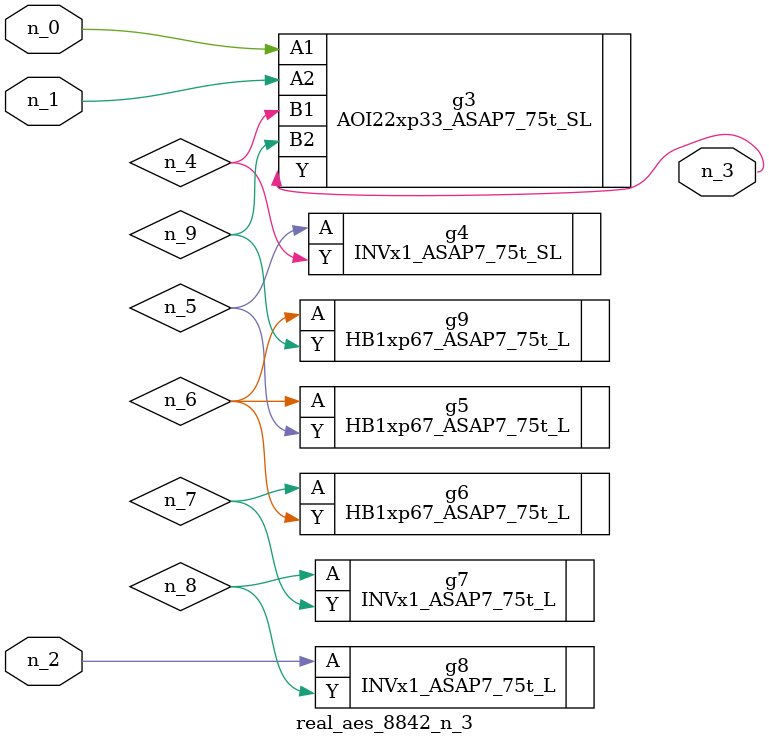
<source format=v>
module real_aes_8842_n_3 (n_0, n_2, n_1, n_3);
input n_0;
input n_2;
input n_1;
output n_3;
wire n_4;
wire n_5;
wire n_7;
wire n_9;
wire n_6;
wire n_8;
AOI22xp33_ASAP7_75t_SL g3 ( .A1(n_0), .A2(n_1), .B1(n_4), .B2(n_9), .Y(n_3) );
INVx1_ASAP7_75t_L g8 ( .A(n_2), .Y(n_8) );
INVx1_ASAP7_75t_SL g4 ( .A(n_5), .Y(n_4) );
HB1xp67_ASAP7_75t_L g5 ( .A(n_6), .Y(n_5) );
HB1xp67_ASAP7_75t_L g9 ( .A(n_6), .Y(n_9) );
HB1xp67_ASAP7_75t_L g6 ( .A(n_7), .Y(n_6) );
INVx1_ASAP7_75t_L g7 ( .A(n_8), .Y(n_7) );
endmodule
</source>
